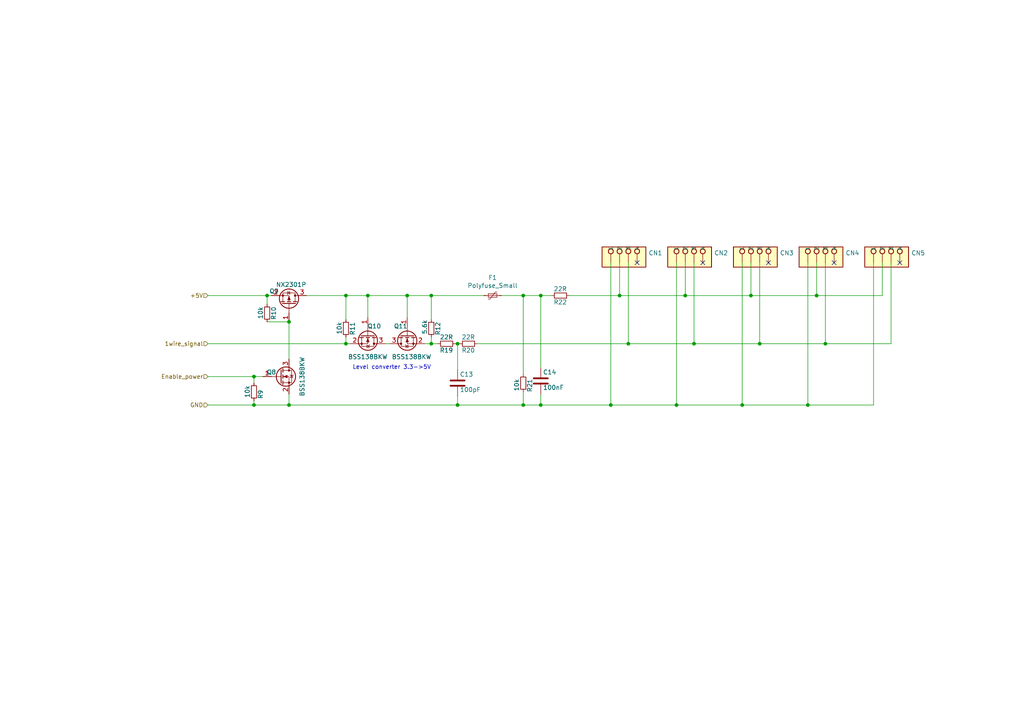
<source format=kicad_sch>
(kicad_sch (version 20230121) (generator eeschema)
  (paper "A4")
  (lib_symbols
    (symbol "1wire-v0.4:Device_C" (pin_numbers hide) (pin_names (offset 0.254))
      (property "Reference" "C" (at 0.635 2.54 0))
      (property "Value" "Device_C" (at 0.635 -2.54 0))
      (symbol "Device_C_0_1"
        (polyline (pts (xy -2.032 -0.762) (xy 2.032 -0.762)) (stroke (width 0.508)))
        (polyline (pts (xy -2.032 0.762) (xy 2.032 0.762)) (stroke (width 0.508)))
      )
      (symbol "Device_C_1_1"
        (pin passive line (at 0 3.81 270) (length 2.794) (name "~") (number "1"))
        (pin passive line (at 0 -3.81 90) (length 2.794) (name "~") (number "2"))
      )
    )
    (symbol "1wire-v0.4:Device_Q_NMOS_GSD" (pin_names (offset 0) hide)
      (property "Reference" "Q" (at 5.08 1.27 0))
      (property "Value" "Device_Q_NMOS_GSD" (at 5.08 -1.27 0))
      (symbol "Device_Q_NMOS_GSD_0_1"
        (polyline (pts (xy 0.254 0) (xy -2.54 0)))
        (polyline (pts (xy 0.254 1.905) (xy 0.254 -1.905)) (stroke (width 0.254)))
        (polyline (pts (xy 0.762 -1.27) (xy 0.762 -2.286)) (stroke (width 0.254)))
        (polyline (pts (xy 0.762 0.508) (xy 0.762 -0.508)) (stroke (width 0.254)))
        (polyline (pts (xy 0.762 2.286) (xy 0.762 1.27)) (stroke (width 0.254)))
        (polyline (pts (xy 2.54 2.54) (xy 2.54 1.778)))
        (polyline (pts (xy 2.54 -2.54) (xy 2.54 0) (xy 0.762 0)))
        (polyline (pts (xy 0.762 -1.778) (xy 3.302 -1.778) (xy 3.302 1.778) (xy 0.762 1.778)))
        (polyline (pts (xy 1.016 0) (xy 2.032 0.381) (xy 2.032 -0.381) (xy 1.016 0)) (fill (type outline)))
        (polyline (pts (xy 2.794 0.508) (xy 2.921 0.381) (xy 3.683 0.381) (xy 3.81 0.254)))
        (polyline (pts (xy 3.302 0.381) (xy 2.921 -0.254) (xy 3.683 -0.254) (xy 3.302 0.381)))
        (circle (center 1.651 0) (radius 2.794) (stroke (width 0.254)))
        (circle (center 2.54 -1.778) (radius 0.254) (fill (type outline)))
        (circle (center 2.54 1.778) (radius 0.254) (fill (type outline)))
      )
      (symbol "Device_Q_NMOS_GSD_1_1"
        (pin input line (at -5.08 0 0) (length 2.54) (name "G") (number "1"))
        (pin passive line (at 2.54 -5.08 90) (length 2.54) (name "S") (number "2"))
        (pin passive line (at 2.54 5.08 270) (length 2.54) (name "D") (number "3"))
      )
    )
    (symbol "1wire-v0.4:Device_Q_PMOS_GSD" (pin_names (offset 0) hide)
      (property "Reference" "Q" (at 5.08 1.27 0))
      (property "Value" "Device_Q_PMOS_GSD" (at 5.08 -1.27 0))
      (symbol "Device_Q_PMOS_GSD_0_1"
        (polyline (pts (xy 0.254 0) (xy -2.54 0)))
        (polyline (pts (xy 0.254 1.905) (xy 0.254 -1.905)) (stroke (width 0.254)))
        (polyline (pts (xy 0.762 -1.27) (xy 0.762 -2.286)) (stroke (width 0.254)))
        (polyline (pts (xy 0.762 0.508) (xy 0.762 -0.508)) (stroke (width 0.254)))
        (polyline (pts (xy 0.762 2.286) (xy 0.762 1.27)) (stroke (width 0.254)))
        (polyline (pts (xy 2.54 2.54) (xy 2.54 1.778)))
        (polyline (pts (xy 2.54 -2.54) (xy 2.54 0) (xy 0.762 0)))
        (polyline (pts (xy 0.762 1.778) (xy 3.302 1.778) (xy 3.302 -1.778) (xy 0.762 -1.778)))
        (polyline (pts (xy 2.286 0) (xy 1.27 0.381) (xy 1.27 -0.381) (xy 2.286 0)) (fill (type outline)))
        (polyline (pts (xy 2.794 -0.508) (xy 2.921 -0.381) (xy 3.683 -0.381) (xy 3.81 -0.254)))
        (polyline (pts (xy 3.302 -0.381) (xy 2.921 0.254) (xy 3.683 0.254) (xy 3.302 -0.381)))
        (circle (center 1.651 0) (radius 2.794) (stroke (width 0.254)))
        (circle (center 2.54 -1.778) (radius 0.254) (fill (type outline)))
        (circle (center 2.54 1.778) (radius 0.254) (fill (type outline)))
      )
      (symbol "Device_Q_PMOS_GSD_1_1"
        (pin input line (at -5.08 0 0) (length 2.54) (name "G") (number "1"))
        (pin passive line (at 2.54 -5.08 90) (length 2.54) (name "S") (number "2"))
        (pin passive line (at 2.54 5.08 270) (length 2.54) (name "D") (number "3"))
      )
    )
    (symbol "1wire-v0.4:Device_R_Small" (pin_numbers hide) (pin_names (offset 0.254) hide)
      (property "Reference" "R" (at 0.762 0.508 0))
      (property "Value" "Device_R_Small" (at 0.762 -1.016 0))
      (symbol "Device_R_Small_0_1"
        (rectangle (start -0.762 1.778) (end 0.762 -1.778) (stroke (width 0.2032)))
      )
      (symbol "Device_R_Small_1_1"
        (pin passive line (at 0 2.54 270) (length 0.762) (name "~") (number "1"))
        (pin passive line (at 0 -2.54 90) (length 0.762) (name "~") (number "2"))
      )
    )
    (symbol "1wire-v0.4:Polyfuse_Small" (pin_numbers hide) (pin_names (offset 0))
      (property "Reference" "F" (at -1.905 0 90))
      (property "Value" "Polyfuse_Small" (at 1.905 0 90))
      (symbol "Polyfuse_Small_0_1"
        (rectangle (start -0.508 1.27) (end 0.508 -1.27))
        (polyline (pts (xy 0 2.54) (xy 0 -2.54)))
        (polyline (pts (xy -1.016 1.27) (xy -1.016 0.762) (xy 1.016 -0.762) (xy 1.016 -1.27)))
      )
      (symbol "Polyfuse_Small_1_1"
        (pin passive line (at 0 2.54 270) (length 0.635) (name "~") (number "1"))
        (pin passive line (at 0 -2.54 90) (length 0.635) (name "~") (number "2"))
      )
    )
    (symbol "1wire-v0.4:RJ10" (pin_numbers hide) (pin_names (offset 1.016))
      (property "Reference" "CN" (at -3.81 8.636 0))
      (property "Value" "RJ10" (at -3.81 -6.35 0))
      (symbol "RJ10_0_0"
        (rectangle (start -3.81 -5.08) (end 2.032 7.62) (stroke (width 0.254)) (fill (type background)))
        (circle (center 0.762 -2.54) (radius 0.7112) (stroke (width 0.254)))
        (circle (center 0.762 0) (radius 0.7112) (stroke (width 0.254)))
        (circle (center 0.762 2.54) (radius 0.7112) (stroke (width 0.254)))
        (circle (center 0.762 5.08) (radius 0.7112) (stroke (width 0.254)))
        (pin power_in line (at -2.54 -2.54 0) (length 2.54) (name "1") (number "1"))
        (pin bidirectional line (at -2.54 0 0) (length 2.54) (name "2") (number "2"))
        (pin bidirectional line (at -2.54 2.54 0) (length 2.54) (name "3") (number "3"))
        (pin bidirectional line (at -2.54 5.08 0) (length 2.54) (name "4") (number "4"))
      )
    )
  )
  (junction (at 73.66 117.475))
  (junction (at 77.47 85.725))
  (junction (at 83.82 93.345))
  (junction (at 234.315 117.475))
  (junction (at 156.845 117.475))
  (junction (at 236.855 85.725))
  (junction (at 73.66 109.22))
  (junction (at 151.765 85.725))
  (junction (at 132.715 117.475))
  (junction (at 151.765 117.475))
  (junction (at 196.215 117.475))
  (junction (at 179.705 85.725))
  (junction (at 83.82 117.475))
  (junction (at 215.265 117.475))
  (junction (at 177.165 117.475))
  (junction (at 239.395 99.695))
  (junction (at 118.11 85.725))
  (junction (at 132.715 99.695))
  (junction (at 156.845 85.725))
  (junction (at 100.33 85.725))
  (junction (at 125.095 99.695))
  (junction (at 182.245 99.695))
  (junction (at 100.33 99.695))
  (junction (at 198.755 85.725))
  (junction (at 220.345 99.695))
  (junction (at 106.68 85.725))
  (junction (at 125.095 85.725))
  (junction (at 201.295 99.695))
  (junction (at 217.805 85.725))
  (no_connect (at 260.985 76.2))
  (no_connect (at 241.935 76.2))
  (no_connect (at 184.785 76.2))
  (no_connect (at 203.835 76.2))
  (no_connect (at 222.885 76.2))
  (wire (pts (xy 182.245 76.2) (xy 182.245 99.695)))
  (wire (pts (xy 201.295 76.2) (xy 201.295 99.695)))
  (wire (pts (xy 83.82 93.345) (xy 83.82 104.14)))
  (wire (pts (xy 125.095 85.725) (xy 125.095 92.71)))
  (wire (pts (xy 220.345 76.2) (xy 220.345 99.695)))
  (wire (pts (xy 111.76 99.695) (xy 113.03 99.695)))
  (wire (pts (xy 118.11 85.725) (xy 125.095 85.725)))
  (wire (pts (xy 198.755 85.725) (xy 217.805 85.725)))
  (wire (pts (xy 88.9 85.725) (xy 100.33 85.725)))
  (wire (pts (xy 123.19 99.695) (xy 125.095 99.695)))
  (wire (pts (xy 156.845 106.68) (xy 156.845 85.725)))
  (wire (pts (xy 177.165 117.475) (xy 196.215 117.475)))
  (wire (pts (xy 125.095 85.725) (xy 140.335 85.725)))
  (wire (pts (xy 73.66 116.205) (xy 73.66 117.475)))
  (wire (pts (xy 236.855 85.725) (xy 255.905 85.725)))
  (wire (pts (xy 77.47 88.265) (xy 77.47 85.725)))
  (wire (pts (xy 132.715 99.695) (xy 132.08 99.695)))
  (wire (pts (xy 77.47 85.725) (xy 78.74 85.725)))
  (wire (pts (xy 60.325 99.695) (xy 100.33 99.695)))
  (wire (pts (xy 156.845 117.475) (xy 177.165 117.475)))
  (wire (pts (xy 198.755 76.2) (xy 198.755 85.725)))
  (wire (pts (xy 100.33 99.695) (xy 101.6 99.695)))
  (wire (pts (xy 236.855 76.2) (xy 236.855 85.725)))
  (wire (pts (xy 258.445 99.695) (xy 258.445 76.2)))
  (wire (pts (xy 253.365 117.475) (xy 253.365 76.2)))
  (wire (pts (xy 125.095 99.695) (xy 127 99.695)))
  (wire (pts (xy 60.325 109.22) (xy 73.66 109.22)))
  (wire (pts (xy 73.66 117.475) (xy 60.325 117.475)))
  (wire (pts (xy 239.395 76.2) (xy 239.395 99.695)))
  (wire (pts (xy 138.43 99.695) (xy 182.245 99.695)))
  (wire (pts (xy 201.295 99.695) (xy 220.345 99.695)))
  (wire (pts (xy 156.845 85.725) (xy 160.02 85.725)))
  (wire (pts (xy 165.1 85.725) (xy 179.705 85.725)))
  (wire (pts (xy 215.265 76.2) (xy 215.265 117.475)))
  (wire (pts (xy 60.325 85.725) (xy 77.47 85.725)))
  (wire (pts (xy 151.765 117.475) (xy 151.765 113.665)))
  (wire (pts (xy 145.415 85.725) (xy 151.765 85.725)))
  (wire (pts (xy 106.68 85.725) (xy 118.11 85.725)))
  (wire (pts (xy 100.33 85.725) (xy 100.33 92.71)))
  (wire (pts (xy 151.765 117.475) (xy 156.845 117.475)))
  (wire (pts (xy 132.715 117.475) (xy 151.765 117.475)))
  (wire (pts (xy 77.47 93.345) (xy 83.82 93.345)))
  (wire (pts (xy 151.765 85.725) (xy 156.845 85.725)))
  (wire (pts (xy 83.82 114.3) (xy 83.82 117.475)))
  (wire (pts (xy 234.315 117.475) (xy 253.365 117.475)))
  (wire (pts (xy 73.66 117.475) (xy 83.82 117.475)))
  (wire (pts (xy 132.715 114.935) (xy 132.715 117.475)))
  (wire (pts (xy 217.805 85.725) (xy 236.855 85.725)))
  (wire (pts (xy 73.66 109.22) (xy 76.2 109.22)))
  (wire (pts (xy 239.395 99.695) (xy 258.445 99.695)))
  (wire (pts (xy 179.705 76.2) (xy 179.705 85.725)))
  (wire (pts (xy 217.805 76.2) (xy 217.805 85.725)))
  (wire (pts (xy 83.82 117.475) (xy 132.715 117.475)))
  (wire (pts (xy 196.215 76.2) (xy 196.215 117.475)))
  (wire (pts (xy 118.11 85.725) (xy 118.11 92.075)))
  (wire (pts (xy 73.66 111.125) (xy 73.66 109.22)))
  (wire (pts (xy 125.095 97.79) (xy 125.095 99.695)))
  (wire (pts (xy 133.35 99.695) (xy 132.715 99.695)))
  (wire (pts (xy 100.33 85.725) (xy 106.68 85.725)))
  (wire (pts (xy 234.315 76.2) (xy 234.315 117.475)))
  (wire (pts (xy 215.265 117.475) (xy 234.315 117.475)))
  (wire (pts (xy 182.245 99.695) (xy 201.295 99.695)))
  (wire (pts (xy 132.715 107.315) (xy 132.715 99.695)))
  (wire (pts (xy 100.33 97.79) (xy 100.33 99.695)))
  (wire (pts (xy 106.68 85.725) (xy 106.68 92.075)))
  (wire (pts (xy 255.905 85.725) (xy 255.905 76.2)))
  (wire (pts (xy 220.345 99.695) (xy 239.395 99.695)))
  (wire (pts (xy 156.845 117.475) (xy 156.845 114.3)))
  (wire (pts (xy 177.165 76.2) (xy 177.165 117.475)))
  (wire (pts (xy 179.705 85.725) (xy 198.755 85.725)))
  (wire (pts (xy 151.765 108.585) (xy 151.765 85.725)))
  (wire (pts (xy 196.215 117.475) (xy 215.265 117.475)))
  (text "Level converter 3.3->5V" (at 102.235 107.315 0) (effects (font (size 1.1938 1.1938)) (justify left bottom)))
  (hierarchical_label "GND" (shape input) (at 60.325 117.475 180) (effects (font (size 1.1938 1.1938))))
  (hierarchical_label "1wire_signal" (shape input) (at 60.325 99.695 180) (effects (font (size 1.1938 1.1938))))
  (hierarchical_label "Enable_power" (shape input) (at 60.325 109.22 180) (effects (font (size 1.1938 1.1938))))
  (hierarchical_label "+5V" (shape input) (at 60.325 85.725 180) (effects (font (size 1.1938 1.1938))))
  (symbol (lib_id "1wire-v0.4:Device_Q_PMOS_GSD") (at 83.82 88.265 270) (mirror x) (unit 1)
    (property "Reference" "Q9" (at 78.105 84.455 90) (effects (justify left)))
    (property "Value" "NX2301P" (at 80.01 82.55 90) (effects (justify left)))
    (property "Footprint" "1wire-v0.4:SOT-23-3" (effects hide))
  )
  (symbol (lib_id "1wire-v0.4:Device_Q_NMOS_GSD") (at 81.28 109.22 0) (unit 1)
    (property "Reference" "Q8" (at 78.74 107.95 0))
    (property "Value" "BSS138BKW" (at 87.63 109.22 90))
    (property "Footprint" "1wire-v0.4:SOT-323" (effects hide))
  )
  (symbol (lib_id "1wire-v0.4:Device_R_Small") (at 73.66 113.665 180) (unit 1)
    (property "Reference" "R9" (at 75.565 113.03 90) (effects (justify left)))
    (property "Value" "10k" (at 71.755 111.76 90) (effects (justify left)))
    (property "Footprint" "1wire-v0.4:R_0805_2012Metric" (effects hide))
  )
  (symbol (lib_id "1wire-v0.4:Device_R_Small") (at 77.47 90.805 180) (unit 1)
    (property "Reference" "R10" (at 79.375 88.9 90) (effects (justify left)))
    (property "Value" "10k" (at 75.565 88.9 90) (effects (justify left)))
    (property "Footprint" "1wire-v0.4:R_0805_2012Metric" (effects hide))
  )
  (symbol (lib_id "1wire-v0.4:Device_Q_NMOS_GSD") (at 118.11 97.155 90) (mirror x) (unit 1)
    (property "Reference" "Q11" (at 116.205 94.615 90))
    (property "Value" "BSS138BKW" (at 119.38 103.505 90))
    (property "Footprint" "1wire-v0.4:SOT-323" (effects hide))
  )
  (symbol (lib_id "1wire-v0.4:Device_Q_NMOS_GSD") (at 106.68 97.155 270) (unit 1)
    (property "Reference" "Q10" (at 108.585 94.615 90))
    (property "Value" "BSS138BKW" (at 106.68 103.505 90))
    (property "Footprint" "1wire-v0.4:SOT-323" (effects hide))
  )
  (symbol (lib_id "1wire-v0.4:Device_R_Small") (at 100.33 95.25 180) (unit 1)
    (property "Reference" "R11" (at 102.235 93.345 90) (effects (justify left)))
    (property "Value" "10k" (at 98.425 93.345 90) (effects (justify left)))
    (property "Footprint" "1wire-v0.4:R_0805_2012Metric" (effects hide))
  )
  (symbol (lib_id "1wire-v0.4:Device_R_Small") (at 125.095 95.25 180) (unit 1)
    (property "Reference" "R12" (at 127 93.345 90) (effects (justify left)))
    (property "Value" "5.6k" (at 123.19 92.71 90) (effects (justify left)))
    (property "Footprint" "1wire-v0.4:R_0805_2012Metric" (effects hide))
  )
  (symbol (lib_id "1wire-v0.4:Device_R_Small") (at 129.54 99.695 90) (unit 1)
    (property "Reference" "R19" (at 131.445 101.6 90) (effects (justify left)))
    (property "Value" "22R" (at 131.445 97.79 90) (effects (justify left)))
    (property "Footprint" "1wire-v0.4:R_0805_2012Metric" (effects hide))
  )
  (symbol (lib_id "1wire-v0.4:Device_R_Small") (at 135.89 99.695 90) (unit 1)
    (property "Reference" "R20" (at 137.795 101.6 90) (effects (justify left)))
    (property "Value" "22R" (at 137.795 97.79 90) (effects (justify left)))
    (property "Footprint" "1wire-v0.4:R_0805_2012Metric" (effects hide))
  )
  (symbol (lib_id "1wire-v0.4:Device_R_Small") (at 162.56 85.725 90) (unit 1)
    (property "Reference" "R22" (at 164.465 87.63 90) (effects (justify left)))
    (property "Value" "22R" (at 164.465 83.82 90) (effects (justify left)))
    (property "Footprint" "1wire-v0.4:R_0805_2012Metric" (effects hide))
  )
  (symbol (lib_id "1wire-v0.4:Device_C") (at 132.715 111.125 0) (unit 1)
    (property "Reference" "C13" (at 133.35 108.585 0) (effects (justify left)))
    (property "Value" "100pF" (at 133.35 113.03 0) (effects (justify left)))
    (property "Footprint" "1wire-v0.4:C_0805_2012Metric" (effects hide))
  )
  (symbol (lib_id "1wire-v0.4:Device_C") (at 156.845 110.49 0) (unit 1)
    (property "Reference" "C14" (at 157.48 107.95 0) (effects (justify left)))
    (property "Value" "100nF" (at 157.48 112.395 0) (effects (justify left)))
    (property "Footprint" "1wire-v0.4:C_0805_2012Metric" (effects hide))
  )
  (symbol (lib_id "1wire-v0.4:Device_R_Small") (at 151.765 111.125 180) (unit 1)
    (property "Reference" "R21" (at 153.67 109.855 90) (effects (justify left)))
    (property "Value" "10k" (at 149.86 109.855 90) (effects (justify left)))
    (property "Footprint" "1wire-v0.4:R_0805_2012Metric" (effects hide))
  )
  (symbol (lib_id "1wire-v0.4:Polyfuse_Small") (at 142.875 85.725 270) (unit 1)
    (property "Reference" "F1" (at 142.875 80.518 90))
    (property "Value" "Polyfuse_Small" (at 142.875 82.8294 90))
    (property "Footprint" "1wire-v0.4:C1210" (effects hide))
  )
  (symbol (lib_id "1wire-v0.4:RJ10") (at 179.705 73.66 270) (mirror x) (unit 1)
    (property "Reference" "CN1" (at 188.087 73.3806 90) (effects (justify left)))
  )
  (symbol (lib_id "1wire-v0.4:RJ10") (at 198.755 73.66 270) (mirror x) (unit 1)
    (property "Reference" "CN2" (at 207.137 73.3806 90) (effects (justify left)))
  )
  (symbol (lib_id "1wire-v0.4:RJ10") (at 217.805 73.66 270) (mirror x) (unit 1)
    (property "Reference" "CN3" (at 226.187 73.3806 90) (effects (justify left)))
  )
  (symbol (lib_id "1wire-v0.4:RJ10") (at 236.855 73.66 270) (mirror x) (unit 1)
    (property "Reference" "CN4" (at 245.237 73.3806 90) (effects (justify left)))
  )
  (symbol (lib_id "1wire-v0.4:RJ10") (at 255.905 73.66 270) (mirror x) (unit 1)
    (property "Reference" "CN5" (at 264.287 73.3806 90) (effects (justify left)))
  )
)
</source>
